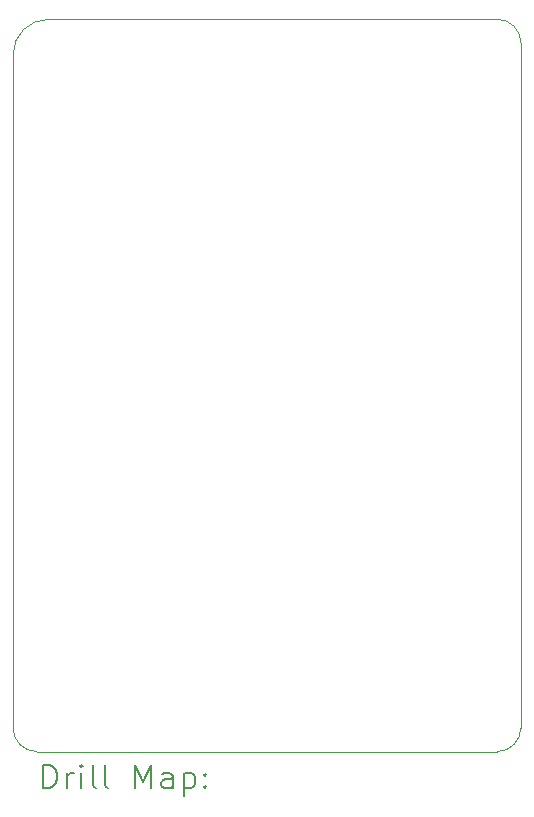
<source format=gbr>
%TF.GenerationSoftware,KiCad,Pcbnew,6.0.11-2627ca5db0~126~ubuntu22.04.1*%
%TF.CreationDate,2023-07-14T18:54:51-07:00*%
%TF.ProjectId,small-display,736d616c-6c2d-4646-9973-706c61792e6b,rev?*%
%TF.SameCoordinates,Original*%
%TF.FileFunction,Drillmap*%
%TF.FilePolarity,Positive*%
%FSLAX45Y45*%
G04 Gerber Fmt 4.5, Leading zero omitted, Abs format (unit mm)*
G04 Created by KiCad (PCBNEW 6.0.11-2627ca5db0~126~ubuntu22.04.1) date 2023-07-14 18:54:51*
%MOMM*%
%LPD*%
G01*
G04 APERTURE LIST*
%ADD10C,0.050000*%
%ADD11C,0.200000*%
G04 APERTURE END LIST*
D10*
X4300000Y-200000D02*
G75*
G03*
X4100000Y0I-200000J0D01*
G01*
X300000Y0D02*
G75*
G03*
X0Y-300000I0J-300000D01*
G01*
X4100000Y-6200000D02*
X200000Y-6200000D01*
X300000Y0D02*
X4100000Y0D01*
X0Y-6000000D02*
X0Y-300000D01*
X4100000Y-6200000D02*
G75*
G03*
X4300000Y-6000000I0J200000D01*
G01*
X0Y-6000000D02*
G75*
G03*
X200000Y-6200000I200000J0D01*
G01*
X4300000Y-200000D02*
X4300000Y-6000000D01*
D11*
X255119Y-6512976D02*
X255119Y-6312976D01*
X302738Y-6312976D01*
X331310Y-6322500D01*
X350357Y-6341548D01*
X359881Y-6360595D01*
X369405Y-6398690D01*
X369405Y-6427262D01*
X359881Y-6465357D01*
X350357Y-6484405D01*
X331310Y-6503452D01*
X302738Y-6512976D01*
X255119Y-6512976D01*
X455119Y-6512976D02*
X455119Y-6379643D01*
X455119Y-6417738D02*
X464643Y-6398690D01*
X474167Y-6389167D01*
X493214Y-6379643D01*
X512262Y-6379643D01*
X578929Y-6512976D02*
X578929Y-6379643D01*
X578929Y-6312976D02*
X569405Y-6322500D01*
X578929Y-6332024D01*
X588452Y-6322500D01*
X578929Y-6312976D01*
X578929Y-6332024D01*
X702738Y-6512976D02*
X683690Y-6503452D01*
X674167Y-6484405D01*
X674167Y-6312976D01*
X807500Y-6512976D02*
X788452Y-6503452D01*
X778928Y-6484405D01*
X778928Y-6312976D01*
X1036071Y-6512976D02*
X1036071Y-6312976D01*
X1102738Y-6455833D01*
X1169405Y-6312976D01*
X1169405Y-6512976D01*
X1350357Y-6512976D02*
X1350357Y-6408214D01*
X1340833Y-6389167D01*
X1321786Y-6379643D01*
X1283690Y-6379643D01*
X1264643Y-6389167D01*
X1350357Y-6503452D02*
X1331310Y-6512976D01*
X1283690Y-6512976D01*
X1264643Y-6503452D01*
X1255119Y-6484405D01*
X1255119Y-6465357D01*
X1264643Y-6446309D01*
X1283690Y-6436786D01*
X1331310Y-6436786D01*
X1350357Y-6427262D01*
X1445595Y-6379643D02*
X1445595Y-6579643D01*
X1445595Y-6389167D02*
X1464643Y-6379643D01*
X1502738Y-6379643D01*
X1521786Y-6389167D01*
X1531309Y-6398690D01*
X1540833Y-6417738D01*
X1540833Y-6474881D01*
X1531309Y-6493928D01*
X1521786Y-6503452D01*
X1502738Y-6512976D01*
X1464643Y-6512976D01*
X1445595Y-6503452D01*
X1626548Y-6493928D02*
X1636071Y-6503452D01*
X1626548Y-6512976D01*
X1617024Y-6503452D01*
X1626548Y-6493928D01*
X1626548Y-6512976D01*
X1626548Y-6389167D02*
X1636071Y-6398690D01*
X1626548Y-6408214D01*
X1617024Y-6398690D01*
X1626548Y-6389167D01*
X1626548Y-6408214D01*
M02*

</source>
